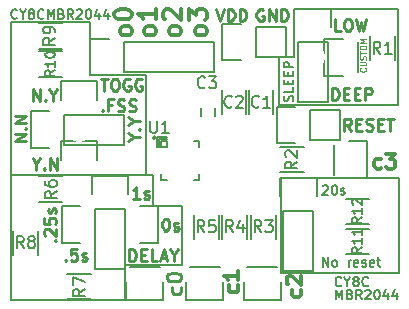
<source format=gto>
%TF.GenerationSoftware,KiCad,Pcbnew,4.0.4+e1-6308~48~ubuntu16.04.1-stable*%
%TF.CreationDate,2016-10-27T02:57:42-07:00*%
%TF.ProjectId,CY8CMBR2044,435938434D4252323034342E6B696361,rev?*%
%TF.FileFunction,Legend,Top*%
%FSLAX46Y46*%
G04 Gerber Fmt 4.6, Leading zero omitted, Abs format (unit mm)*
G04 Created by KiCad (PCBNEW 4.0.4+e1-6308~48~ubuntu16.04.1-stable) date Thu Oct 27 02:57:42 2016*
%MOMM*%
%LPD*%
G01*
G04 APERTURE LIST*
%ADD10C,0.100000*%
%ADD11C,0.200000*%
%ADD12C,0.125000*%
%ADD13C,0.250000*%
%ADD14C,0.300000*%
%ADD15C,0.150000*%
%ADD16R,1.700000X2.100000*%
%ADD17R,0.850000X1.300000*%
%ADD18R,2.132000X2.132000*%
%ADD19O,2.132000X2.132000*%
%ADD20R,2.335200X2.335200*%
%ADD21R,2.132000X1.827200*%
%ADD22O,2.132000X1.827200*%
%ADD23C,2.335200*%
%ADD24C,2.132000*%
%ADD25R,1.827200X2.132000*%
%ADD26O,1.827200X2.132000*%
%ADD27R,1.800000X2.100000*%
%ADD28R,2.100000X1.800000*%
%ADD29O,1.050000X0.350000*%
%ADD30O,0.350000X1.050000*%
G04 APERTURE END LIST*
D10*
D11*
X158690476Y-116661905D02*
X158690476Y-115861905D01*
X158957143Y-116433333D01*
X159223810Y-115861905D01*
X159223810Y-116661905D01*
X159871429Y-116242857D02*
X159985715Y-116280952D01*
X160023810Y-116319048D01*
X160061905Y-116395238D01*
X160061905Y-116509524D01*
X160023810Y-116585714D01*
X159985715Y-116623810D01*
X159909524Y-116661905D01*
X159604762Y-116661905D01*
X159604762Y-115861905D01*
X159871429Y-115861905D01*
X159947619Y-115900000D01*
X159985715Y-115938095D01*
X160023810Y-116014286D01*
X160023810Y-116090476D01*
X159985715Y-116166667D01*
X159947619Y-116204762D01*
X159871429Y-116242857D01*
X159604762Y-116242857D01*
X160861905Y-116661905D02*
X160595238Y-116280952D01*
X160404762Y-116661905D02*
X160404762Y-115861905D01*
X160709524Y-115861905D01*
X160785715Y-115900000D01*
X160823810Y-115938095D01*
X160861905Y-116014286D01*
X160861905Y-116128571D01*
X160823810Y-116204762D01*
X160785715Y-116242857D01*
X160709524Y-116280952D01*
X160404762Y-116280952D01*
X161166667Y-115938095D02*
X161204762Y-115900000D01*
X161280953Y-115861905D01*
X161471429Y-115861905D01*
X161547619Y-115900000D01*
X161585715Y-115938095D01*
X161623810Y-116014286D01*
X161623810Y-116090476D01*
X161585715Y-116204762D01*
X161128572Y-116661905D01*
X161623810Y-116661905D01*
X162119048Y-115861905D02*
X162195239Y-115861905D01*
X162271429Y-115900000D01*
X162309524Y-115938095D01*
X162347620Y-116014286D01*
X162385715Y-116166667D01*
X162385715Y-116357143D01*
X162347620Y-116509524D01*
X162309524Y-116585714D01*
X162271429Y-116623810D01*
X162195239Y-116661905D01*
X162119048Y-116661905D01*
X162042858Y-116623810D01*
X162004762Y-116585714D01*
X161966667Y-116509524D01*
X161928572Y-116357143D01*
X161928572Y-116166667D01*
X161966667Y-116014286D01*
X162004762Y-115938095D01*
X162042858Y-115900000D01*
X162119048Y-115861905D01*
X163071429Y-116128571D02*
X163071429Y-116661905D01*
X162880953Y-115823810D02*
X162690477Y-116395238D01*
X163185715Y-116395238D01*
X163833334Y-116128571D02*
X163833334Y-116661905D01*
X163642858Y-115823810D02*
X163452382Y-116395238D01*
X163947620Y-116395238D01*
X159147619Y-115485714D02*
X159109524Y-115523810D01*
X158995238Y-115561905D01*
X158919048Y-115561905D01*
X158804762Y-115523810D01*
X158728571Y-115447619D01*
X158690476Y-115371429D01*
X158652381Y-115219048D01*
X158652381Y-115104762D01*
X158690476Y-114952381D01*
X158728571Y-114876190D01*
X158804762Y-114800000D01*
X158919048Y-114761905D01*
X158995238Y-114761905D01*
X159109524Y-114800000D01*
X159147619Y-114838095D01*
X159642857Y-115180952D02*
X159642857Y-115561905D01*
X159376190Y-114761905D02*
X159642857Y-115180952D01*
X159909524Y-114761905D01*
X160290476Y-115104762D02*
X160214285Y-115066667D01*
X160176190Y-115028571D01*
X160138095Y-114952381D01*
X160138095Y-114914286D01*
X160176190Y-114838095D01*
X160214285Y-114800000D01*
X160290476Y-114761905D01*
X160442857Y-114761905D01*
X160519047Y-114800000D01*
X160557143Y-114838095D01*
X160595238Y-114914286D01*
X160595238Y-114952381D01*
X160557143Y-115028571D01*
X160519047Y-115066667D01*
X160442857Y-115104762D01*
X160290476Y-115104762D01*
X160214285Y-115142857D01*
X160176190Y-115180952D01*
X160138095Y-115257143D01*
X160138095Y-115409524D01*
X160176190Y-115485714D01*
X160214285Y-115523810D01*
X160290476Y-115561905D01*
X160442857Y-115561905D01*
X160519047Y-115523810D01*
X160557143Y-115485714D01*
X160595238Y-115409524D01*
X160595238Y-115257143D01*
X160557143Y-115180952D01*
X160519047Y-115142857D01*
X160442857Y-115104762D01*
X161395238Y-115485714D02*
X161357143Y-115523810D01*
X161242857Y-115561905D01*
X161166667Y-115561905D01*
X161052381Y-115523810D01*
X160976190Y-115447619D01*
X160938095Y-115371429D01*
X160900000Y-115219048D01*
X160900000Y-115104762D01*
X160938095Y-114952381D01*
X160976190Y-114876190D01*
X161052381Y-114800000D01*
X161166667Y-114761905D01*
X161242857Y-114761905D01*
X161357143Y-114800000D01*
X161395238Y-114838095D01*
X143441421Y-103000000D02*
G75*
G03X143441421Y-103000000I-141421J0D01*
G01*
D12*
X161178571Y-97083333D02*
X161202381Y-97107143D01*
X161226190Y-97178571D01*
X161226190Y-97226190D01*
X161202381Y-97297619D01*
X161154762Y-97345238D01*
X161107143Y-97369047D01*
X161011905Y-97392857D01*
X160940476Y-97392857D01*
X160845238Y-97369047D01*
X160797619Y-97345238D01*
X160750000Y-97297619D01*
X160726190Y-97226190D01*
X160726190Y-97178571D01*
X160750000Y-97107143D01*
X160773810Y-97083333D01*
X160726190Y-96869047D02*
X161130952Y-96869047D01*
X161178571Y-96845238D01*
X161202381Y-96821428D01*
X161226190Y-96773809D01*
X161226190Y-96678571D01*
X161202381Y-96630952D01*
X161178571Y-96607143D01*
X161130952Y-96583333D01*
X160726190Y-96583333D01*
X161202381Y-96369047D02*
X161226190Y-96297618D01*
X161226190Y-96178571D01*
X161202381Y-96130952D01*
X161178571Y-96107142D01*
X161130952Y-96083333D01*
X161083333Y-96083333D01*
X161035714Y-96107142D01*
X161011905Y-96130952D01*
X160988095Y-96178571D01*
X160964286Y-96273809D01*
X160940476Y-96321428D01*
X160916667Y-96345237D01*
X160869048Y-96369047D01*
X160821429Y-96369047D01*
X160773810Y-96345237D01*
X160750000Y-96321428D01*
X160726190Y-96273809D01*
X160726190Y-96154761D01*
X160750000Y-96083333D01*
X160726190Y-95940476D02*
X160726190Y-95654762D01*
X161226190Y-95797619D02*
X160726190Y-95797619D01*
X160726190Y-95392857D02*
X160726190Y-95297619D01*
X160750000Y-95250000D01*
X160797619Y-95202381D01*
X160892857Y-95178572D01*
X161059524Y-95178572D01*
X161154762Y-95202381D01*
X161202381Y-95250000D01*
X161226190Y-95297619D01*
X161226190Y-95392857D01*
X161202381Y-95440476D01*
X161154762Y-95488095D01*
X161059524Y-95511905D01*
X160892857Y-95511905D01*
X160797619Y-95488095D01*
X160750000Y-95440476D01*
X160726190Y-95392857D01*
X161226190Y-94964285D02*
X160726190Y-94964285D01*
X161083333Y-94797619D01*
X160726190Y-94630952D01*
X161226190Y-94630952D01*
D11*
X154000000Y-114400000D02*
X154000000Y-106400000D01*
X154200000Y-114400000D02*
X154000000Y-114400000D01*
X164000000Y-114400000D02*
X154200000Y-114400000D01*
X164000000Y-106400000D02*
X164000000Y-114400000D01*
X154000000Y-106400000D02*
X164000000Y-106400000D01*
X157575548Y-113899905D02*
X157575548Y-113099905D01*
X158032691Y-113899905D01*
X158032691Y-113099905D01*
X158527929Y-113899905D02*
X158451738Y-113861810D01*
X158413643Y-113823714D01*
X158375548Y-113747524D01*
X158375548Y-113518952D01*
X158413643Y-113442762D01*
X158451738Y-113404667D01*
X158527929Y-113366571D01*
X158642215Y-113366571D01*
X158718405Y-113404667D01*
X158756500Y-113442762D01*
X158794596Y-113518952D01*
X158794596Y-113747524D01*
X158756500Y-113823714D01*
X158718405Y-113861810D01*
X158642215Y-113899905D01*
X158527929Y-113899905D01*
X159746977Y-113899905D02*
X159746977Y-113366571D01*
X159746977Y-113518952D02*
X159785072Y-113442762D01*
X159823168Y-113404667D01*
X159899358Y-113366571D01*
X159975549Y-113366571D01*
X160546977Y-113861810D02*
X160470787Y-113899905D01*
X160318406Y-113899905D01*
X160242215Y-113861810D01*
X160204120Y-113785619D01*
X160204120Y-113480857D01*
X160242215Y-113404667D01*
X160318406Y-113366571D01*
X160470787Y-113366571D01*
X160546977Y-113404667D01*
X160585072Y-113480857D01*
X160585072Y-113557048D01*
X160204120Y-113633238D01*
X160889834Y-113861810D02*
X160966024Y-113899905D01*
X161118405Y-113899905D01*
X161194596Y-113861810D01*
X161232691Y-113785619D01*
X161232691Y-113747524D01*
X161194596Y-113671333D01*
X161118405Y-113633238D01*
X161004120Y-113633238D01*
X160927929Y-113595143D01*
X160889834Y-113518952D01*
X160889834Y-113480857D01*
X160927929Y-113404667D01*
X161004120Y-113366571D01*
X161118405Y-113366571D01*
X161194596Y-113404667D01*
X161880310Y-113861810D02*
X161804120Y-113899905D01*
X161651739Y-113899905D01*
X161575548Y-113861810D01*
X161537453Y-113785619D01*
X161537453Y-113480857D01*
X161575548Y-113404667D01*
X161651739Y-113366571D01*
X161804120Y-113366571D01*
X161880310Y-113404667D01*
X161918405Y-113480857D01*
X161918405Y-113557048D01*
X161537453Y-113633238D01*
X162146976Y-113366571D02*
X162451738Y-113366571D01*
X162261262Y-113099905D02*
X162261262Y-113785619D01*
X162299357Y-113861810D01*
X162375548Y-113899905D01*
X162451738Y-113899905D01*
X157562667Y-107080095D02*
X157600762Y-107042000D01*
X157676953Y-107003905D01*
X157867429Y-107003905D01*
X157943619Y-107042000D01*
X157981715Y-107080095D01*
X158019810Y-107156286D01*
X158019810Y-107232476D01*
X157981715Y-107346762D01*
X157524572Y-107803905D01*
X158019810Y-107803905D01*
X158515048Y-107003905D02*
X158591239Y-107003905D01*
X158667429Y-107042000D01*
X158705524Y-107080095D01*
X158743620Y-107156286D01*
X158781715Y-107308667D01*
X158781715Y-107499143D01*
X158743620Y-107651524D01*
X158705524Y-107727714D01*
X158667429Y-107765810D01*
X158591239Y-107803905D01*
X158515048Y-107803905D01*
X158438858Y-107765810D01*
X158400762Y-107727714D01*
X158362667Y-107651524D01*
X158324572Y-107499143D01*
X158324572Y-107308667D01*
X158362667Y-107156286D01*
X158400762Y-107080095D01*
X158438858Y-107042000D01*
X158515048Y-107003905D01*
X159086477Y-107765810D02*
X159162667Y-107803905D01*
X159315048Y-107803905D01*
X159391239Y-107765810D01*
X159429334Y-107689619D01*
X159429334Y-107651524D01*
X159391239Y-107575333D01*
X159315048Y-107537238D01*
X159200763Y-107537238D01*
X159124572Y-107499143D01*
X159086477Y-107422952D01*
X159086477Y-107384857D01*
X159124572Y-107308667D01*
X159200763Y-107270571D01*
X159315048Y-107270571D01*
X159391239Y-107308667D01*
X153873200Y-100177600D02*
X154965400Y-100177600D01*
X153873200Y-96164400D02*
X153873200Y-100177600D01*
X155143200Y-96164400D02*
X153873200Y-96164400D01*
X155143200Y-92125721D02*
X155143200Y-96164400D01*
X163931600Y-92125800D02*
X155143200Y-92125800D01*
X163931600Y-100177600D02*
X163931600Y-92125800D01*
X154965400Y-100177600D02*
X163931600Y-100177600D01*
X155035210Y-99897991D02*
X155073305Y-99783705D01*
X155073305Y-99593229D01*
X155035210Y-99517039D01*
X154997114Y-99478943D01*
X154920924Y-99440848D01*
X154844733Y-99440848D01*
X154768543Y-99478943D01*
X154730448Y-99517039D01*
X154692352Y-99593229D01*
X154654257Y-99745610D01*
X154616162Y-99821801D01*
X154578067Y-99859896D01*
X154501876Y-99897991D01*
X154425686Y-99897991D01*
X154349495Y-99859896D01*
X154311400Y-99821801D01*
X154273305Y-99745610D01*
X154273305Y-99555134D01*
X154311400Y-99440848D01*
X155073305Y-98717038D02*
X155073305Y-99097991D01*
X154273305Y-99097991D01*
X154654257Y-98450372D02*
X154654257Y-98183705D01*
X155073305Y-98069419D02*
X155073305Y-98450372D01*
X154273305Y-98450372D01*
X154273305Y-98069419D01*
X154654257Y-97726562D02*
X154654257Y-97459895D01*
X155073305Y-97345609D02*
X155073305Y-97726562D01*
X154273305Y-97726562D01*
X154273305Y-97345609D01*
X155073305Y-97002752D02*
X154273305Y-97002752D01*
X154273305Y-96697990D01*
X154311400Y-96621799D01*
X154349495Y-96583704D01*
X154425686Y-96545609D01*
X154539971Y-96545609D01*
X154616162Y-96583704D01*
X154654257Y-96621799D01*
X154692352Y-96697990D01*
X154692352Y-97002752D01*
X131674057Y-92843314D02*
X131635962Y-92881410D01*
X131521676Y-92919505D01*
X131445486Y-92919505D01*
X131331200Y-92881410D01*
X131255009Y-92805219D01*
X131216914Y-92729029D01*
X131178819Y-92576648D01*
X131178819Y-92462362D01*
X131216914Y-92309981D01*
X131255009Y-92233790D01*
X131331200Y-92157600D01*
X131445486Y-92119505D01*
X131521676Y-92119505D01*
X131635962Y-92157600D01*
X131674057Y-92195695D01*
X132169295Y-92538552D02*
X132169295Y-92919505D01*
X131902628Y-92119505D02*
X132169295Y-92538552D01*
X132435962Y-92119505D01*
X132816914Y-92462362D02*
X132740723Y-92424267D01*
X132702628Y-92386171D01*
X132664533Y-92309981D01*
X132664533Y-92271886D01*
X132702628Y-92195695D01*
X132740723Y-92157600D01*
X132816914Y-92119505D01*
X132969295Y-92119505D01*
X133045485Y-92157600D01*
X133083581Y-92195695D01*
X133121676Y-92271886D01*
X133121676Y-92309981D01*
X133083581Y-92386171D01*
X133045485Y-92424267D01*
X132969295Y-92462362D01*
X132816914Y-92462362D01*
X132740723Y-92500457D01*
X132702628Y-92538552D01*
X132664533Y-92614743D01*
X132664533Y-92767124D01*
X132702628Y-92843314D01*
X132740723Y-92881410D01*
X132816914Y-92919505D01*
X132969295Y-92919505D01*
X133045485Y-92881410D01*
X133083581Y-92843314D01*
X133121676Y-92767124D01*
X133121676Y-92614743D01*
X133083581Y-92538552D01*
X133045485Y-92500457D01*
X132969295Y-92462362D01*
X133921676Y-92843314D02*
X133883581Y-92881410D01*
X133769295Y-92919505D01*
X133693105Y-92919505D01*
X133578819Y-92881410D01*
X133502628Y-92805219D01*
X133464533Y-92729029D01*
X133426438Y-92576648D01*
X133426438Y-92462362D01*
X133464533Y-92309981D01*
X133502628Y-92233790D01*
X133578819Y-92157600D01*
X133693105Y-92119505D01*
X133769295Y-92119505D01*
X133883581Y-92157600D01*
X133921676Y-92195695D01*
X134264533Y-92919505D02*
X134264533Y-92119505D01*
X134531200Y-92690933D01*
X134797867Y-92119505D01*
X134797867Y-92919505D01*
X135445486Y-92500457D02*
X135559772Y-92538552D01*
X135597867Y-92576648D01*
X135635962Y-92652838D01*
X135635962Y-92767124D01*
X135597867Y-92843314D01*
X135559772Y-92881410D01*
X135483581Y-92919505D01*
X135178819Y-92919505D01*
X135178819Y-92119505D01*
X135445486Y-92119505D01*
X135521676Y-92157600D01*
X135559772Y-92195695D01*
X135597867Y-92271886D01*
X135597867Y-92348076D01*
X135559772Y-92424267D01*
X135521676Y-92462362D01*
X135445486Y-92500457D01*
X135178819Y-92500457D01*
X136435962Y-92919505D02*
X136169295Y-92538552D01*
X135978819Y-92919505D02*
X135978819Y-92119505D01*
X136283581Y-92119505D01*
X136359772Y-92157600D01*
X136397867Y-92195695D01*
X136435962Y-92271886D01*
X136435962Y-92386171D01*
X136397867Y-92462362D01*
X136359772Y-92500457D01*
X136283581Y-92538552D01*
X135978819Y-92538552D01*
X136740724Y-92195695D02*
X136778819Y-92157600D01*
X136855010Y-92119505D01*
X137045486Y-92119505D01*
X137121676Y-92157600D01*
X137159772Y-92195695D01*
X137197867Y-92271886D01*
X137197867Y-92348076D01*
X137159772Y-92462362D01*
X136702629Y-92919505D01*
X137197867Y-92919505D01*
X137693105Y-92119505D02*
X137769296Y-92119505D01*
X137845486Y-92157600D01*
X137883581Y-92195695D01*
X137921677Y-92271886D01*
X137959772Y-92424267D01*
X137959772Y-92614743D01*
X137921677Y-92767124D01*
X137883581Y-92843314D01*
X137845486Y-92881410D01*
X137769296Y-92919505D01*
X137693105Y-92919505D01*
X137616915Y-92881410D01*
X137578819Y-92843314D01*
X137540724Y-92767124D01*
X137502629Y-92614743D01*
X137502629Y-92424267D01*
X137540724Y-92271886D01*
X137578819Y-92195695D01*
X137616915Y-92157600D01*
X137693105Y-92119505D01*
X138645486Y-92386171D02*
X138645486Y-92919505D01*
X138455010Y-92081410D02*
X138264534Y-92652838D01*
X138759772Y-92652838D01*
X139407391Y-92386171D02*
X139407391Y-92919505D01*
X139216915Y-92081410D02*
X139026439Y-92652838D01*
X139521677Y-92652838D01*
X137896600Y-93218000D02*
X137896600Y-97688400D01*
X131165600Y-93218000D02*
X137871200Y-93218000D01*
X140792200Y-116763800D02*
X140792200Y-114173000D01*
X140817600Y-113741200D02*
X145643600Y-113741200D01*
X143205200Y-108788200D02*
X143205200Y-106121200D01*
X143637000Y-108788200D02*
X143205200Y-108788200D01*
X145643600Y-108788200D02*
X143637000Y-108788200D01*
X131165600Y-106121200D02*
X131622800Y-106121200D01*
X131165600Y-116763800D02*
X131165600Y-106121200D01*
X140792200Y-116763800D02*
X131165600Y-116763800D01*
X145643600Y-108786745D02*
X145643600Y-113690400D01*
X131622800Y-106121200D02*
X143205227Y-106121200D01*
D13*
X141178209Y-113431581D02*
X141178209Y-112431581D01*
X141416304Y-112431581D01*
X141559162Y-112479200D01*
X141654400Y-112574438D01*
X141702019Y-112669676D01*
X141749638Y-112860152D01*
X141749638Y-113003010D01*
X141702019Y-113193486D01*
X141654400Y-113288724D01*
X141559162Y-113383962D01*
X141416304Y-113431581D01*
X141178209Y-113431581D01*
X142178209Y-112907771D02*
X142511543Y-112907771D01*
X142654400Y-113431581D02*
X142178209Y-113431581D01*
X142178209Y-112431581D01*
X142654400Y-112431581D01*
X143559162Y-113431581D02*
X143082971Y-113431581D01*
X143082971Y-112431581D01*
X143844876Y-113145867D02*
X144321067Y-113145867D01*
X143749638Y-113431581D02*
X144082971Y-112431581D01*
X144416305Y-113431581D01*
X144940114Y-112955390D02*
X144940114Y-113431581D01*
X144606781Y-112431581D02*
X144940114Y-112955390D01*
X145273448Y-112431581D01*
X144226019Y-109840781D02*
X144321258Y-109840781D01*
X144416496Y-109888400D01*
X144464115Y-109936019D01*
X144511734Y-110031257D01*
X144559353Y-110221733D01*
X144559353Y-110459829D01*
X144511734Y-110650305D01*
X144464115Y-110745543D01*
X144416496Y-110793162D01*
X144321258Y-110840781D01*
X144226019Y-110840781D01*
X144130781Y-110793162D01*
X144083162Y-110745543D01*
X144035543Y-110650305D01*
X143987924Y-110459829D01*
X143987924Y-110221733D01*
X144035543Y-110031257D01*
X144083162Y-109936019D01*
X144130781Y-109888400D01*
X144226019Y-109840781D01*
X144940305Y-110793162D02*
X145035543Y-110840781D01*
X145226019Y-110840781D01*
X145321258Y-110793162D01*
X145368877Y-110697924D01*
X145368877Y-110650305D01*
X145321258Y-110555067D01*
X145226019Y-110507448D01*
X145083162Y-110507448D01*
X144987924Y-110459829D01*
X144940305Y-110364590D01*
X144940305Y-110316971D01*
X144987924Y-110221733D01*
X145083162Y-110174114D01*
X145226019Y-110174114D01*
X145321258Y-110221733D01*
X135796448Y-113310943D02*
X135844067Y-113358562D01*
X135796448Y-113406181D01*
X135748829Y-113358562D01*
X135796448Y-113310943D01*
X135796448Y-113406181D01*
X136748829Y-112406181D02*
X136272638Y-112406181D01*
X136225019Y-112882371D01*
X136272638Y-112834752D01*
X136367876Y-112787133D01*
X136605972Y-112787133D01*
X136701210Y-112834752D01*
X136748829Y-112882371D01*
X136796448Y-112977610D01*
X136796448Y-113215705D01*
X136748829Y-113310943D01*
X136701210Y-113358562D01*
X136605972Y-113406181D01*
X136367876Y-113406181D01*
X136272638Y-113358562D01*
X136225019Y-113310943D01*
X137177400Y-113358562D02*
X137272638Y-113406181D01*
X137463114Y-113406181D01*
X137558353Y-113358562D01*
X137605972Y-113263324D01*
X137605972Y-113215705D01*
X137558353Y-113120467D01*
X137463114Y-113072848D01*
X137320257Y-113072848D01*
X137225019Y-113025229D01*
X137177400Y-112929990D01*
X137177400Y-112882371D01*
X137225019Y-112787133D01*
X137320257Y-112739514D01*
X137463114Y-112739514D01*
X137558353Y-112787133D01*
X142070153Y-108148381D02*
X141498724Y-108148381D01*
X141784438Y-108148381D02*
X141784438Y-107148381D01*
X141689200Y-107291238D01*
X141593962Y-107386476D01*
X141498724Y-107434095D01*
X142451105Y-108100762D02*
X142546343Y-108148381D01*
X142736819Y-108148381D01*
X142832058Y-108100762D01*
X142879677Y-108005524D01*
X142879677Y-107957905D01*
X142832058Y-107862667D01*
X142736819Y-107815048D01*
X142593962Y-107815048D01*
X142498724Y-107767429D01*
X142451105Y-107672190D01*
X142451105Y-107624571D01*
X142498724Y-107529333D01*
X142593962Y-107481714D01*
X142736819Y-107481714D01*
X142832058Y-107529333D01*
X134875543Y-111694743D02*
X134923162Y-111647124D01*
X134970781Y-111694743D01*
X134923162Y-111742362D01*
X134875543Y-111694743D01*
X134970781Y-111694743D01*
X134066019Y-111266172D02*
X134018400Y-111218553D01*
X133970781Y-111123315D01*
X133970781Y-110885219D01*
X134018400Y-110789981D01*
X134066019Y-110742362D01*
X134161257Y-110694743D01*
X134256495Y-110694743D01*
X134399352Y-110742362D01*
X134970781Y-111313791D01*
X134970781Y-110694743D01*
X133970781Y-109789981D02*
X133970781Y-110266172D01*
X134446971Y-110313791D01*
X134399352Y-110266172D01*
X134351733Y-110170934D01*
X134351733Y-109932838D01*
X134399352Y-109837600D01*
X134446971Y-109789981D01*
X134542210Y-109742362D01*
X134780305Y-109742362D01*
X134875543Y-109789981D01*
X134923162Y-109837600D01*
X134970781Y-109932838D01*
X134970781Y-110170934D01*
X134923162Y-110266172D01*
X134875543Y-110313791D01*
X134923162Y-109361410D02*
X134970781Y-109266172D01*
X134970781Y-109075696D01*
X134923162Y-108980457D01*
X134827924Y-108932838D01*
X134780305Y-108932838D01*
X134685067Y-108980457D01*
X134637448Y-109075696D01*
X134637448Y-109218553D01*
X134589829Y-109313791D01*
X134494590Y-109361410D01*
X134446971Y-109361410D01*
X134351733Y-109313791D01*
X134304114Y-109218553D01*
X134304114Y-109075696D01*
X134351733Y-108980457D01*
D11*
X142595600Y-97688400D02*
X137922000Y-97688400D01*
X142595600Y-106121200D02*
X142595600Y-97688400D01*
X131165600Y-106121200D02*
X142595600Y-106121200D01*
X131165600Y-93217976D02*
X131165600Y-106121200D01*
D13*
X138779238Y-97992981D02*
X139350667Y-97992981D01*
X139064952Y-98992981D02*
X139064952Y-97992981D01*
X139874476Y-97992981D02*
X140064953Y-97992981D01*
X140160191Y-98040600D01*
X140255429Y-98135838D01*
X140303048Y-98326314D01*
X140303048Y-98659648D01*
X140255429Y-98850124D01*
X140160191Y-98945362D01*
X140064953Y-98992981D01*
X139874476Y-98992981D01*
X139779238Y-98945362D01*
X139684000Y-98850124D01*
X139636381Y-98659648D01*
X139636381Y-98326314D01*
X139684000Y-98135838D01*
X139779238Y-98040600D01*
X139874476Y-97992981D01*
X141255429Y-98040600D02*
X141160191Y-97992981D01*
X141017334Y-97992981D01*
X140874476Y-98040600D01*
X140779238Y-98135838D01*
X140731619Y-98231076D01*
X140684000Y-98421552D01*
X140684000Y-98564410D01*
X140731619Y-98754886D01*
X140779238Y-98850124D01*
X140874476Y-98945362D01*
X141017334Y-98992981D01*
X141112572Y-98992981D01*
X141255429Y-98945362D01*
X141303048Y-98897743D01*
X141303048Y-98564410D01*
X141112572Y-98564410D01*
X142255429Y-98040600D02*
X142160191Y-97992981D01*
X142017334Y-97992981D01*
X141874476Y-98040600D01*
X141779238Y-98135838D01*
X141731619Y-98231076D01*
X141684000Y-98421552D01*
X141684000Y-98564410D01*
X141731619Y-98754886D01*
X141779238Y-98850124D01*
X141874476Y-98945362D01*
X142017334Y-98992981D01*
X142112572Y-98992981D01*
X142255429Y-98945362D01*
X142303048Y-98897743D01*
X142303048Y-98564410D01*
X142112572Y-98564410D01*
X138922095Y-100647743D02*
X138969714Y-100695362D01*
X138922095Y-100742981D01*
X138874476Y-100695362D01*
X138922095Y-100647743D01*
X138922095Y-100742981D01*
X139731619Y-100219171D02*
X139398285Y-100219171D01*
X139398285Y-100742981D02*
X139398285Y-99742981D01*
X139874476Y-99742981D01*
X140207809Y-100695362D02*
X140350666Y-100742981D01*
X140588762Y-100742981D01*
X140684000Y-100695362D01*
X140731619Y-100647743D01*
X140779238Y-100552505D01*
X140779238Y-100457267D01*
X140731619Y-100362029D01*
X140684000Y-100314410D01*
X140588762Y-100266790D01*
X140398285Y-100219171D01*
X140303047Y-100171552D01*
X140255428Y-100123933D01*
X140207809Y-100028695D01*
X140207809Y-99933457D01*
X140255428Y-99838219D01*
X140303047Y-99790600D01*
X140398285Y-99742981D01*
X140636381Y-99742981D01*
X140779238Y-99790600D01*
X141160190Y-100695362D02*
X141303047Y-100742981D01*
X141541143Y-100742981D01*
X141636381Y-100695362D01*
X141684000Y-100647743D01*
X141731619Y-100552505D01*
X141731619Y-100457267D01*
X141684000Y-100362029D01*
X141636381Y-100314410D01*
X141541143Y-100266790D01*
X141350666Y-100219171D01*
X141255428Y-100171552D01*
X141207809Y-100123933D01*
X141160190Y-100028695D01*
X141160190Y-99933457D01*
X141207809Y-99838219D01*
X141255428Y-99790600D01*
X141350666Y-99742981D01*
X141588762Y-99742981D01*
X141731619Y-99790600D01*
X132481581Y-103282619D02*
X131481581Y-103282619D01*
X132481581Y-102711190D01*
X131481581Y-102711190D01*
X132386343Y-102235000D02*
X132433962Y-102187381D01*
X132481581Y-102235000D01*
X132433962Y-102282619D01*
X132386343Y-102235000D01*
X132481581Y-102235000D01*
X132481581Y-101758810D02*
X131481581Y-101758810D01*
X132481581Y-101187381D01*
X131481581Y-101187381D01*
X133324695Y-105208390D02*
X133324695Y-105684581D01*
X132991362Y-104684581D02*
X133324695Y-105208390D01*
X133658029Y-104684581D01*
X133991362Y-105589343D02*
X134038981Y-105636962D01*
X133991362Y-105684581D01*
X133943743Y-105636962D01*
X133991362Y-105589343D01*
X133991362Y-105684581D01*
X134467552Y-105684581D02*
X134467552Y-104684581D01*
X135038981Y-105684581D01*
X135038981Y-104684581D01*
X133032619Y-99867981D02*
X133032619Y-98867981D01*
X133604048Y-99867981D01*
X133604048Y-98867981D01*
X134080238Y-99772743D02*
X134127857Y-99820362D01*
X134080238Y-99867981D01*
X134032619Y-99820362D01*
X134080238Y-99772743D01*
X134080238Y-99867981D01*
X134746904Y-99391790D02*
X134746904Y-99867981D01*
X134413571Y-98867981D02*
X134746904Y-99391790D01*
X135080238Y-98867981D01*
X141606590Y-102927067D02*
X142082781Y-102927067D01*
X141082781Y-103260400D02*
X141606590Y-102927067D01*
X141082781Y-102593733D01*
X141987543Y-102260400D02*
X142035162Y-102212781D01*
X142082781Y-102260400D01*
X142035162Y-102308019D01*
X141987543Y-102260400D01*
X142082781Y-102260400D01*
X141606590Y-101593734D02*
X142082781Y-101593734D01*
X141082781Y-101927067D02*
X141606590Y-101593734D01*
X141082781Y-101260400D01*
X159964619Y-102382581D02*
X159631285Y-101906390D01*
X159393190Y-102382581D02*
X159393190Y-101382581D01*
X159774143Y-101382581D01*
X159869381Y-101430200D01*
X159917000Y-101477819D01*
X159964619Y-101573057D01*
X159964619Y-101715914D01*
X159917000Y-101811152D01*
X159869381Y-101858771D01*
X159774143Y-101906390D01*
X159393190Y-101906390D01*
X160393190Y-101858771D02*
X160726524Y-101858771D01*
X160869381Y-102382581D02*
X160393190Y-102382581D01*
X160393190Y-101382581D01*
X160869381Y-101382581D01*
X161250333Y-102334962D02*
X161393190Y-102382581D01*
X161631286Y-102382581D01*
X161726524Y-102334962D01*
X161774143Y-102287343D01*
X161821762Y-102192105D01*
X161821762Y-102096867D01*
X161774143Y-102001629D01*
X161726524Y-101954010D01*
X161631286Y-101906390D01*
X161440809Y-101858771D01*
X161345571Y-101811152D01*
X161297952Y-101763533D01*
X161250333Y-101668295D01*
X161250333Y-101573057D01*
X161297952Y-101477819D01*
X161345571Y-101430200D01*
X161440809Y-101382581D01*
X161678905Y-101382581D01*
X161821762Y-101430200D01*
X162250333Y-101858771D02*
X162583667Y-101858771D01*
X162726524Y-102382581D02*
X162250333Y-102382581D01*
X162250333Y-101382581D01*
X162726524Y-101382581D01*
X163012238Y-101382581D02*
X163583667Y-101382581D01*
X163297952Y-102382581D02*
X163297952Y-101382581D01*
X158353333Y-99791781D02*
X158353333Y-98791781D01*
X158591428Y-98791781D01*
X158734286Y-98839400D01*
X158829524Y-98934638D01*
X158877143Y-99029876D01*
X158924762Y-99220352D01*
X158924762Y-99363210D01*
X158877143Y-99553686D01*
X158829524Y-99648924D01*
X158734286Y-99744162D01*
X158591428Y-99791781D01*
X158353333Y-99791781D01*
X159353333Y-99267971D02*
X159686667Y-99267971D01*
X159829524Y-99791781D02*
X159353333Y-99791781D01*
X159353333Y-98791781D01*
X159829524Y-98791781D01*
X160258095Y-99267971D02*
X160591429Y-99267971D01*
X160734286Y-99791781D02*
X160258095Y-99791781D01*
X160258095Y-98791781D01*
X160734286Y-98791781D01*
X161162857Y-99791781D02*
X161162857Y-98791781D01*
X161543810Y-98791781D01*
X161639048Y-98839400D01*
X161686667Y-98887019D01*
X161734286Y-98982257D01*
X161734286Y-99125114D01*
X161686667Y-99220352D01*
X161639048Y-99267971D01*
X161543810Y-99315590D01*
X161162857Y-99315590D01*
X159081886Y-93924381D02*
X158605695Y-93924381D01*
X158605695Y-92924381D01*
X159605695Y-92924381D02*
X159796172Y-92924381D01*
X159891410Y-92972000D01*
X159986648Y-93067238D01*
X160034267Y-93257714D01*
X160034267Y-93591048D01*
X159986648Y-93781524D01*
X159891410Y-93876762D01*
X159796172Y-93924381D01*
X159605695Y-93924381D01*
X159510457Y-93876762D01*
X159415219Y-93781524D01*
X159367600Y-93591048D01*
X159367600Y-93257714D01*
X159415219Y-93067238D01*
X159510457Y-92972000D01*
X159605695Y-92924381D01*
X160367600Y-92924381D02*
X160605695Y-93924381D01*
X160796172Y-93210095D01*
X160986648Y-93924381D01*
X161224743Y-92924381D01*
X152527096Y-92146500D02*
X152431858Y-92098881D01*
X152289001Y-92098881D01*
X152146143Y-92146500D01*
X152050905Y-92241738D01*
X152003286Y-92336976D01*
X151955667Y-92527452D01*
X151955667Y-92670310D01*
X152003286Y-92860786D01*
X152050905Y-92956024D01*
X152146143Y-93051262D01*
X152289001Y-93098881D01*
X152384239Y-93098881D01*
X152527096Y-93051262D01*
X152574715Y-93003643D01*
X152574715Y-92670310D01*
X152384239Y-92670310D01*
X153003286Y-93098881D02*
X153003286Y-92098881D01*
X153574715Y-93098881D01*
X153574715Y-92098881D01*
X154050905Y-93098881D02*
X154050905Y-92098881D01*
X154289000Y-92098881D01*
X154431858Y-92146500D01*
X154527096Y-92241738D01*
X154574715Y-92336976D01*
X154622334Y-92527452D01*
X154622334Y-92670310D01*
X154574715Y-92860786D01*
X154527096Y-92956024D01*
X154431858Y-93051262D01*
X154289000Y-93098881D01*
X154050905Y-93098881D01*
X148526667Y-92098881D02*
X148860000Y-93098881D01*
X149193334Y-92098881D01*
X149526667Y-93098881D02*
X149526667Y-92098881D01*
X149764762Y-92098881D01*
X149907620Y-92146500D01*
X150002858Y-92241738D01*
X150050477Y-92336976D01*
X150098096Y-92527452D01*
X150098096Y-92670310D01*
X150050477Y-92860786D01*
X150002858Y-92956024D01*
X149907620Y-93051262D01*
X149764762Y-93098881D01*
X149526667Y-93098881D01*
X150526667Y-93098881D02*
X150526667Y-92098881D01*
X150764762Y-92098881D01*
X150907620Y-92146500D01*
X151002858Y-92241738D01*
X151050477Y-92336976D01*
X151098096Y-92527452D01*
X151098096Y-92670310D01*
X151050477Y-92860786D01*
X151002858Y-92956024D01*
X150907620Y-93051262D01*
X150764762Y-93098881D01*
X150526667Y-93098881D01*
D14*
X147744571Y-94039428D02*
X147673143Y-94182286D01*
X147601714Y-94253714D01*
X147458857Y-94325143D01*
X147030286Y-94325143D01*
X146887429Y-94253714D01*
X146816000Y-94182286D01*
X146744571Y-94039428D01*
X146744571Y-93825143D01*
X146816000Y-93682286D01*
X146887429Y-93610857D01*
X147030286Y-93539428D01*
X147458857Y-93539428D01*
X147601714Y-93610857D01*
X147673143Y-93682286D01*
X147744571Y-93825143D01*
X147744571Y-94039428D01*
X146244571Y-93039428D02*
X146244571Y-92110857D01*
X146816000Y-92610857D01*
X146816000Y-92396571D01*
X146887429Y-92253714D01*
X146958857Y-92182285D01*
X147101714Y-92110857D01*
X147458857Y-92110857D01*
X147601714Y-92182285D01*
X147673143Y-92253714D01*
X147744571Y-92396571D01*
X147744571Y-92825143D01*
X147673143Y-92968000D01*
X147601714Y-93039428D01*
X145534771Y-94039428D02*
X145463343Y-94182286D01*
X145391914Y-94253714D01*
X145249057Y-94325143D01*
X144820486Y-94325143D01*
X144677629Y-94253714D01*
X144606200Y-94182286D01*
X144534771Y-94039428D01*
X144534771Y-93825143D01*
X144606200Y-93682286D01*
X144677629Y-93610857D01*
X144820486Y-93539428D01*
X145249057Y-93539428D01*
X145391914Y-93610857D01*
X145463343Y-93682286D01*
X145534771Y-93825143D01*
X145534771Y-94039428D01*
X144177629Y-92968000D02*
X144106200Y-92896571D01*
X144034771Y-92753714D01*
X144034771Y-92396571D01*
X144106200Y-92253714D01*
X144177629Y-92182285D01*
X144320486Y-92110857D01*
X144463343Y-92110857D01*
X144677629Y-92182285D01*
X145534771Y-93039428D01*
X145534771Y-92110857D01*
X143451971Y-94039428D02*
X143380543Y-94182286D01*
X143309114Y-94253714D01*
X143166257Y-94325143D01*
X142737686Y-94325143D01*
X142594829Y-94253714D01*
X142523400Y-94182286D01*
X142451971Y-94039428D01*
X142451971Y-93825143D01*
X142523400Y-93682286D01*
X142594829Y-93610857D01*
X142737686Y-93539428D01*
X143166257Y-93539428D01*
X143309114Y-93610857D01*
X143380543Y-93682286D01*
X143451971Y-93825143D01*
X143451971Y-94039428D01*
X143451971Y-92110857D02*
X143451971Y-92968000D01*
X143451971Y-92539428D02*
X141951971Y-92539428D01*
X142166257Y-92682285D01*
X142309114Y-92825143D01*
X142380543Y-92968000D01*
X141419971Y-94039428D02*
X141348543Y-94182286D01*
X141277114Y-94253714D01*
X141134257Y-94325143D01*
X140705686Y-94325143D01*
X140562829Y-94253714D01*
X140491400Y-94182286D01*
X140419971Y-94039428D01*
X140419971Y-93825143D01*
X140491400Y-93682286D01*
X140562829Y-93610857D01*
X140705686Y-93539428D01*
X141134257Y-93539428D01*
X141277114Y-93610857D01*
X141348543Y-93682286D01*
X141419971Y-93825143D01*
X141419971Y-94039428D01*
X139919971Y-92610857D02*
X139919971Y-92468000D01*
X139991400Y-92325143D01*
X140062829Y-92253714D01*
X140205686Y-92182285D01*
X140491400Y-92110857D01*
X140848543Y-92110857D01*
X141134257Y-92182285D01*
X141277114Y-92253714D01*
X141348543Y-92325143D01*
X141419971Y-92468000D01*
X141419971Y-92610857D01*
X141348543Y-92753714D01*
X141277114Y-92825143D01*
X141134257Y-92896571D01*
X140848543Y-92968000D01*
X140491400Y-92968000D01*
X140205686Y-92896571D01*
X140062829Y-92825143D01*
X139991400Y-92753714D01*
X139919971Y-92610857D01*
X162516381Y-105534952D02*
X162397334Y-105594476D01*
X162159238Y-105594476D01*
X162040191Y-105534952D01*
X161980667Y-105475429D01*
X161921143Y-105356381D01*
X161921143Y-104999238D01*
X161980667Y-104880190D01*
X162040191Y-104820667D01*
X162159238Y-104761143D01*
X162397334Y-104761143D01*
X162516381Y-104820667D01*
X162933048Y-104344476D02*
X163706858Y-104344476D01*
X163290191Y-104820667D01*
X163468763Y-104820667D01*
X163587810Y-104880190D01*
X163647334Y-104939714D01*
X163706858Y-105058762D01*
X163706858Y-105356381D01*
X163647334Y-105475429D01*
X163587810Y-105534952D01*
X163468763Y-105594476D01*
X163111620Y-105594476D01*
X162992572Y-105534952D01*
X162933048Y-105475429D01*
X155699952Y-115867619D02*
X155759476Y-115986666D01*
X155759476Y-116224762D01*
X155699952Y-116343809D01*
X155640429Y-116403333D01*
X155521381Y-116462857D01*
X155164238Y-116462857D01*
X155045190Y-116403333D01*
X154985667Y-116343809D01*
X154926143Y-116224762D01*
X154926143Y-115986666D01*
X154985667Y-115867619D01*
X154628524Y-115391428D02*
X154569000Y-115331904D01*
X154509476Y-115212856D01*
X154509476Y-114915237D01*
X154569000Y-114796190D01*
X154628524Y-114736666D01*
X154747571Y-114677142D01*
X154866619Y-114677142D01*
X155045190Y-114736666D01*
X155759476Y-115450952D01*
X155759476Y-114677142D01*
X150365952Y-115486619D02*
X150425476Y-115605666D01*
X150425476Y-115843762D01*
X150365952Y-115962809D01*
X150306429Y-116022333D01*
X150187381Y-116081857D01*
X149830238Y-116081857D01*
X149711190Y-116022333D01*
X149651667Y-115962809D01*
X149592143Y-115843762D01*
X149592143Y-115605666D01*
X149651667Y-115486619D01*
X150425476Y-114296142D02*
X150425476Y-115010428D01*
X150425476Y-114653285D02*
X149175476Y-114653285D01*
X149354048Y-114772333D01*
X149473095Y-114891380D01*
X149532619Y-115010428D01*
D13*
X145539952Y-115613619D02*
X145599476Y-115732666D01*
X145599476Y-115970762D01*
X145539952Y-116089809D01*
X145480429Y-116149333D01*
X145361381Y-116208857D01*
X145004238Y-116208857D01*
X144885190Y-116149333D01*
X144825667Y-116089809D01*
X144766143Y-115970762D01*
X144766143Y-115732666D01*
X144825667Y-115613619D01*
X144349476Y-114839809D02*
X144349476Y-114720761D01*
X144409000Y-114601713D01*
X144468524Y-114542190D01*
X144587571Y-114482666D01*
X144825667Y-114423142D01*
X145123286Y-114423142D01*
X145361381Y-114482666D01*
X145480429Y-114542190D01*
X145539952Y-114601713D01*
X145599476Y-114720761D01*
X145599476Y-114839809D01*
X145539952Y-114958856D01*
X145480429Y-115018380D01*
X145361381Y-115077904D01*
X145123286Y-115137428D01*
X144825667Y-115137428D01*
X144587571Y-115077904D01*
X144468524Y-115018380D01*
X144409000Y-114958856D01*
X144349476Y-114839809D01*
D15*
X151307400Y-98979400D02*
X151307400Y-100979400D01*
X153357400Y-100979400D02*
X153357400Y-98979400D01*
X149007400Y-98979400D02*
X149007400Y-100979400D01*
X151057400Y-100979400D02*
X151057400Y-98979400D01*
X148428000Y-100472800D02*
X148428000Y-101172800D01*
X147228000Y-101172800D02*
X147228000Y-100472800D01*
X151892000Y-93624400D02*
X154432000Y-93624400D01*
X149072000Y-93344400D02*
X150622000Y-93344400D01*
X151892000Y-93624400D02*
X151892000Y-96164400D01*
X150622000Y-96444400D02*
X149072000Y-96444400D01*
X149072000Y-96444400D02*
X149072000Y-93344400D01*
X151892000Y-96164400D02*
X154432000Y-96164400D01*
X154432000Y-96164400D02*
X154432000Y-93624400D01*
X157708000Y-94639800D02*
X159258000Y-94639800D01*
X159258000Y-97739800D02*
X157708000Y-97739800D01*
X157708000Y-97739800D02*
X157708000Y-94639800D01*
X160528000Y-97459800D02*
X160528000Y-94919800D01*
X155448000Y-94919800D02*
X155448000Y-99999800D01*
X155448000Y-99999800D02*
X157988000Y-99999800D01*
X157988000Y-99999800D02*
X157988000Y-94919800D01*
X158268000Y-92099800D02*
X158268000Y-93649800D01*
X157988000Y-94919800D02*
X155448000Y-94919800D01*
X155168000Y-93649800D02*
X155168000Y-92099800D01*
X155168000Y-92099800D02*
X158268000Y-92099800D01*
X161316000Y-106388500D02*
X159766000Y-106388500D01*
X159766000Y-103288500D02*
X161316000Y-103288500D01*
X161316000Y-103288500D02*
X161316000Y-106388500D01*
X158496000Y-103568500D02*
X158496000Y-106108500D01*
X150913500Y-116739000D02*
X150913500Y-115189000D01*
X154013500Y-115189000D02*
X154013500Y-116739000D01*
X154013500Y-116739000D02*
X150913500Y-116739000D01*
X153733500Y-113919000D02*
X151193500Y-113919000D01*
X146024000Y-116739000D02*
X146024000Y-115189000D01*
X149124000Y-115189000D02*
X149124000Y-116739000D01*
X149124000Y-116739000D02*
X146024000Y-116739000D01*
X148844000Y-113919000D02*
X146304000Y-113919000D01*
X140944000Y-116739000D02*
X140944000Y-115189000D01*
X144044000Y-115189000D02*
X144044000Y-116739000D01*
X144044000Y-116739000D02*
X140944000Y-116739000D01*
X143764000Y-113919000D02*
X141224000Y-113919000D01*
X143637600Y-111874900D02*
X142087600Y-111874900D01*
X142087600Y-108774900D02*
X143637600Y-108774900D01*
X143637600Y-108774900D02*
X143637600Y-111874900D01*
X140817600Y-109054900D02*
X140817600Y-111594900D01*
X138277600Y-109054900D02*
X138277600Y-114134900D01*
X138277600Y-114134900D02*
X140817600Y-114134900D01*
X140817600Y-114134900D02*
X140817600Y-109054900D01*
X141097600Y-106234900D02*
X141097600Y-107784900D01*
X140817600Y-109054900D02*
X138277600Y-109054900D01*
X137997600Y-107784900D02*
X137997600Y-106234900D01*
X137997600Y-106234900D02*
X141097600Y-106234900D01*
X135457600Y-108774900D02*
X137007600Y-108774900D01*
X137007600Y-111874900D02*
X135457600Y-111874900D01*
X135457600Y-111874900D02*
X135457600Y-108774900D01*
X138277600Y-111594900D02*
X138277600Y-109054900D01*
X140716000Y-97409000D02*
X148336000Y-97409000D01*
X140716000Y-94869000D02*
X148336000Y-94869000D01*
X137896000Y-94589000D02*
X139446000Y-94589000D01*
X148336000Y-97409000D02*
X148336000Y-94869000D01*
X140716000Y-94869000D02*
X140716000Y-97409000D01*
X139446000Y-97689000D02*
X137896000Y-97689000D01*
X137896000Y-97689000D02*
X137896000Y-94589000D01*
X138481400Y-98208500D02*
X138481400Y-99758500D01*
X135381400Y-99758500D02*
X135381400Y-98208500D01*
X135381400Y-98208500D02*
X138481400Y-98208500D01*
X135661400Y-101028500D02*
X138201400Y-101028500D01*
X135661400Y-103568500D02*
X140741400Y-103568500D01*
X140741400Y-103568500D02*
X140741400Y-101028500D01*
X140741400Y-101028500D02*
X135661400Y-101028500D01*
X132841400Y-100748500D02*
X134391400Y-100748500D01*
X135661400Y-101028500D02*
X135661400Y-103568500D01*
X134391400Y-103848500D02*
X132841400Y-103848500D01*
X132841400Y-103848500D02*
X132841400Y-100748500D01*
X138481400Y-103288500D02*
X138481400Y-104838500D01*
X135381400Y-104838500D02*
X135381400Y-103288500D01*
X135381400Y-103288500D02*
X138481400Y-103288500D01*
X135661400Y-106108500D02*
X138201400Y-106108500D01*
X154228800Y-109207300D02*
X154228800Y-114287300D01*
X154228800Y-114287300D02*
X156768800Y-114287300D01*
X156768800Y-114287300D02*
X156768800Y-109207300D01*
X157048800Y-106387300D02*
X157048800Y-107937300D01*
X156768800Y-109207300D02*
X154228800Y-109207300D01*
X153948800Y-107937300D02*
X153948800Y-106387300D01*
X153948800Y-106387300D02*
X157048800Y-106387300D01*
X163685800Y-94409000D02*
X163685800Y-96409000D01*
X161535800Y-96409000D02*
X161535800Y-94409000D01*
X155972000Y-105913500D02*
X153972000Y-105913500D01*
X153972000Y-103763500D02*
X155972000Y-103763500D01*
X151452000Y-111521500D02*
X151452000Y-109521500D01*
X153602000Y-109521500D02*
X153602000Y-111521500D01*
X149039000Y-111521500D02*
X149039000Y-109521500D01*
X151189000Y-109521500D02*
X151189000Y-111521500D01*
X146626000Y-111521500D02*
X146626000Y-109521500D01*
X148776000Y-109521500D02*
X148776000Y-111521500D01*
X133499600Y-106240000D02*
X135499600Y-106240000D01*
X135499600Y-108390000D02*
X133499600Y-108390000D01*
X135938000Y-114495000D02*
X137938000Y-114495000D01*
X137938000Y-116645000D02*
X135938000Y-116645000D01*
X131335200Y-112880400D02*
X131335200Y-110880400D01*
X133485200Y-110880400D02*
X133485200Y-112880400D01*
X133525000Y-93286000D02*
X135525000Y-93286000D01*
X135525000Y-95436000D02*
X133525000Y-95436000D01*
X133525000Y-95673600D02*
X135525000Y-95673600D01*
X135525000Y-97823600D02*
X133525000Y-97823600D01*
X159496000Y-110685000D02*
X161496000Y-110685000D01*
X161496000Y-112835000D02*
X159496000Y-112835000D01*
X161496000Y-110295000D02*
X159496000Y-110295000D01*
X159496000Y-108145000D02*
X161496000Y-108145000D01*
X156514800Y-100634800D02*
X159054800Y-100634800D01*
X153694800Y-100354800D02*
X155244800Y-100354800D01*
X156514800Y-100634800D02*
X156514800Y-103174800D01*
X155244800Y-103454800D02*
X153694800Y-103454800D01*
X153694800Y-103454800D02*
X153694800Y-100354800D01*
X156514800Y-103174800D02*
X159054800Y-103174800D01*
X159054800Y-103174800D02*
X159054800Y-100634800D01*
X143550000Y-102950000D02*
X143550000Y-103750000D01*
X144350000Y-102950000D02*
X143550000Y-102950000D01*
X143700000Y-103100000D02*
X143700000Y-103750000D01*
X144350000Y-103100000D02*
X143700000Y-103100000D01*
X143850000Y-103750000D02*
X143850000Y-103250000D01*
X144350000Y-103750000D02*
X143850000Y-103750000D01*
X144350000Y-103250000D02*
X144350000Y-103750000D01*
X147125000Y-103275000D02*
X147125000Y-103775000D01*
X143875000Y-106525000D02*
X143875000Y-106025000D01*
X147125000Y-106525000D02*
X147125000Y-106025000D01*
X143850000Y-103250000D02*
X144350000Y-103250000D01*
X143875000Y-106525000D02*
X144375000Y-106525000D01*
X147125000Y-106525000D02*
X146625000Y-106525000D01*
X147125000Y-103275000D02*
X146625000Y-103275000D01*
X152165734Y-100336543D02*
X152118115Y-100384162D01*
X151975258Y-100431781D01*
X151880020Y-100431781D01*
X151737162Y-100384162D01*
X151641924Y-100288924D01*
X151594305Y-100193686D01*
X151546686Y-100003210D01*
X151546686Y-99860352D01*
X151594305Y-99669876D01*
X151641924Y-99574638D01*
X151737162Y-99479400D01*
X151880020Y-99431781D01*
X151975258Y-99431781D01*
X152118115Y-99479400D01*
X152165734Y-99527019D01*
X153118115Y-100431781D02*
X152546686Y-100431781D01*
X152832400Y-100431781D02*
X152832400Y-99431781D01*
X152737162Y-99574638D01*
X152641924Y-99669876D01*
X152546686Y-99717495D01*
X149865734Y-100336543D02*
X149818115Y-100384162D01*
X149675258Y-100431781D01*
X149580020Y-100431781D01*
X149437162Y-100384162D01*
X149341924Y-100288924D01*
X149294305Y-100193686D01*
X149246686Y-100003210D01*
X149246686Y-99860352D01*
X149294305Y-99669876D01*
X149341924Y-99574638D01*
X149437162Y-99479400D01*
X149580020Y-99431781D01*
X149675258Y-99431781D01*
X149818115Y-99479400D01*
X149865734Y-99527019D01*
X150246686Y-99527019D02*
X150294305Y-99479400D01*
X150389543Y-99431781D01*
X150627639Y-99431781D01*
X150722877Y-99479400D01*
X150770496Y-99527019D01*
X150818115Y-99622257D01*
X150818115Y-99717495D01*
X150770496Y-99860352D01*
X150199067Y-100431781D01*
X150818115Y-100431781D01*
X147597834Y-98703443D02*
X147550215Y-98751062D01*
X147407358Y-98798681D01*
X147312120Y-98798681D01*
X147169262Y-98751062D01*
X147074024Y-98655824D01*
X147026405Y-98560586D01*
X146978786Y-98370110D01*
X146978786Y-98227252D01*
X147026405Y-98036776D01*
X147074024Y-97941538D01*
X147169262Y-97846300D01*
X147312120Y-97798681D01*
X147407358Y-97798681D01*
X147550215Y-97846300D01*
X147597834Y-97893919D01*
X147931167Y-97798681D02*
X148550215Y-97798681D01*
X148216881Y-98179633D01*
X148359739Y-98179633D01*
X148454977Y-98227252D01*
X148502596Y-98274871D01*
X148550215Y-98370110D01*
X148550215Y-98608205D01*
X148502596Y-98703443D01*
X148454977Y-98751062D01*
X148359739Y-98798681D01*
X148074024Y-98798681D01*
X147978786Y-98751062D01*
X147931167Y-98703443D01*
X162444134Y-95861381D02*
X162110800Y-95385190D01*
X161872705Y-95861381D02*
X161872705Y-94861381D01*
X162253658Y-94861381D01*
X162348896Y-94909000D01*
X162396515Y-94956619D01*
X162444134Y-95051857D01*
X162444134Y-95194714D01*
X162396515Y-95289952D01*
X162348896Y-95337571D01*
X162253658Y-95385190D01*
X161872705Y-95385190D01*
X163396515Y-95861381D02*
X162825086Y-95861381D01*
X163110800Y-95861381D02*
X163110800Y-94861381D01*
X163015562Y-95004238D01*
X162920324Y-95099476D01*
X162825086Y-95147095D01*
X155392381Y-105005166D02*
X154916190Y-105338500D01*
X155392381Y-105576595D02*
X154392381Y-105576595D01*
X154392381Y-105195642D01*
X154440000Y-105100404D01*
X154487619Y-105052785D01*
X154582857Y-105005166D01*
X154725714Y-105005166D01*
X154820952Y-105052785D01*
X154868571Y-105100404D01*
X154916190Y-105195642D01*
X154916190Y-105576595D01*
X154487619Y-104624214D02*
X154440000Y-104576595D01*
X154392381Y-104481357D01*
X154392381Y-104243261D01*
X154440000Y-104148023D01*
X154487619Y-104100404D01*
X154582857Y-104052785D01*
X154678095Y-104052785D01*
X154820952Y-104100404D01*
X155392381Y-104671833D01*
X155392381Y-104052785D01*
X152360334Y-110973881D02*
X152027000Y-110497690D01*
X151788905Y-110973881D02*
X151788905Y-109973881D01*
X152169858Y-109973881D01*
X152265096Y-110021500D01*
X152312715Y-110069119D01*
X152360334Y-110164357D01*
X152360334Y-110307214D01*
X152312715Y-110402452D01*
X152265096Y-110450071D01*
X152169858Y-110497690D01*
X151788905Y-110497690D01*
X152693667Y-109973881D02*
X153312715Y-109973881D01*
X152979381Y-110354833D01*
X153122239Y-110354833D01*
X153217477Y-110402452D01*
X153265096Y-110450071D01*
X153312715Y-110545310D01*
X153312715Y-110783405D01*
X153265096Y-110878643D01*
X153217477Y-110926262D01*
X153122239Y-110973881D01*
X152836524Y-110973881D01*
X152741286Y-110926262D01*
X152693667Y-110878643D01*
X149947334Y-110973881D02*
X149614000Y-110497690D01*
X149375905Y-110973881D02*
X149375905Y-109973881D01*
X149756858Y-109973881D01*
X149852096Y-110021500D01*
X149899715Y-110069119D01*
X149947334Y-110164357D01*
X149947334Y-110307214D01*
X149899715Y-110402452D01*
X149852096Y-110450071D01*
X149756858Y-110497690D01*
X149375905Y-110497690D01*
X150804477Y-110307214D02*
X150804477Y-110973881D01*
X150566381Y-109926262D02*
X150328286Y-110640548D01*
X150947334Y-110640548D01*
X147534334Y-110973881D02*
X147201000Y-110497690D01*
X146962905Y-110973881D02*
X146962905Y-109973881D01*
X147343858Y-109973881D01*
X147439096Y-110021500D01*
X147486715Y-110069119D01*
X147534334Y-110164357D01*
X147534334Y-110307214D01*
X147486715Y-110402452D01*
X147439096Y-110450071D01*
X147343858Y-110497690D01*
X146962905Y-110497690D01*
X148439096Y-109973881D02*
X147962905Y-109973881D01*
X147915286Y-110450071D01*
X147962905Y-110402452D01*
X148058143Y-110354833D01*
X148296239Y-110354833D01*
X148391477Y-110402452D01*
X148439096Y-110450071D01*
X148486715Y-110545310D01*
X148486715Y-110783405D01*
X148439096Y-110878643D01*
X148391477Y-110926262D01*
X148296239Y-110973881D01*
X148058143Y-110973881D01*
X147962905Y-110926262D01*
X147915286Y-110878643D01*
X135034281Y-107532466D02*
X134558090Y-107865800D01*
X135034281Y-108103895D02*
X134034281Y-108103895D01*
X134034281Y-107722942D01*
X134081900Y-107627704D01*
X134129519Y-107580085D01*
X134224757Y-107532466D01*
X134367614Y-107532466D01*
X134462852Y-107580085D01*
X134510471Y-107627704D01*
X134558090Y-107722942D01*
X134558090Y-108103895D01*
X134034281Y-106675323D02*
X134034281Y-106865800D01*
X134081900Y-106961038D01*
X134129519Y-107008657D01*
X134272376Y-107103895D01*
X134462852Y-107151514D01*
X134843805Y-107151514D01*
X134939043Y-107103895D01*
X134986662Y-107056276D01*
X135034281Y-106961038D01*
X135034281Y-106770561D01*
X134986662Y-106675323D01*
X134939043Y-106627704D01*
X134843805Y-106580085D01*
X134605710Y-106580085D01*
X134510471Y-106627704D01*
X134462852Y-106675323D01*
X134415233Y-106770561D01*
X134415233Y-106961038D01*
X134462852Y-107056276D01*
X134510471Y-107103895D01*
X134605710Y-107151514D01*
X137426881Y-115798666D02*
X136950690Y-116132000D01*
X137426881Y-116370095D02*
X136426881Y-116370095D01*
X136426881Y-115989142D01*
X136474500Y-115893904D01*
X136522119Y-115846285D01*
X136617357Y-115798666D01*
X136760214Y-115798666D01*
X136855452Y-115846285D01*
X136903071Y-115893904D01*
X136950690Y-115989142D01*
X136950690Y-116370095D01*
X136426881Y-115465333D02*
X136426881Y-114798666D01*
X137426881Y-115227238D01*
X132243534Y-112332781D02*
X131910200Y-111856590D01*
X131672105Y-112332781D02*
X131672105Y-111332781D01*
X132053058Y-111332781D01*
X132148296Y-111380400D01*
X132195915Y-111428019D01*
X132243534Y-111523257D01*
X132243534Y-111666114D01*
X132195915Y-111761352D01*
X132148296Y-111808971D01*
X132053058Y-111856590D01*
X131672105Y-111856590D01*
X132814962Y-111761352D02*
X132719724Y-111713733D01*
X132672105Y-111666114D01*
X132624486Y-111570876D01*
X132624486Y-111523257D01*
X132672105Y-111428019D01*
X132719724Y-111380400D01*
X132814962Y-111332781D01*
X133005439Y-111332781D01*
X133100677Y-111380400D01*
X133148296Y-111428019D01*
X133195915Y-111523257D01*
X133195915Y-111570876D01*
X133148296Y-111666114D01*
X133100677Y-111713733D01*
X133005439Y-111761352D01*
X132814962Y-111761352D01*
X132719724Y-111808971D01*
X132672105Y-111856590D01*
X132624486Y-111951829D01*
X132624486Y-112142305D01*
X132672105Y-112237543D01*
X132719724Y-112285162D01*
X132814962Y-112332781D01*
X133005439Y-112332781D01*
X133100677Y-112285162D01*
X133148296Y-112237543D01*
X133195915Y-112142305D01*
X133195915Y-111951829D01*
X133148296Y-111856590D01*
X133100677Y-111808971D01*
X133005439Y-111761352D01*
X134882381Y-94527666D02*
X134406190Y-94861000D01*
X134882381Y-95099095D02*
X133882381Y-95099095D01*
X133882381Y-94718142D01*
X133930000Y-94622904D01*
X133977619Y-94575285D01*
X134072857Y-94527666D01*
X134215714Y-94527666D01*
X134310952Y-94575285D01*
X134358571Y-94622904D01*
X134406190Y-94718142D01*
X134406190Y-95099095D01*
X134882381Y-94051476D02*
X134882381Y-93861000D01*
X134834762Y-93765761D01*
X134787143Y-93718142D01*
X134644286Y-93622904D01*
X134453810Y-93575285D01*
X134072857Y-93575285D01*
X133977619Y-93622904D01*
X133930000Y-93670523D01*
X133882381Y-93765761D01*
X133882381Y-93956238D01*
X133930000Y-94051476D01*
X133977619Y-94099095D01*
X134072857Y-94146714D01*
X134310952Y-94146714D01*
X134406190Y-94099095D01*
X134453810Y-94051476D01*
X134501429Y-93956238D01*
X134501429Y-93765761D01*
X134453810Y-93670523D01*
X134406190Y-93622904D01*
X134310952Y-93575285D01*
X134886905Y-97262886D02*
X134505952Y-97529553D01*
X134886905Y-97720029D02*
X134086905Y-97720029D01*
X134086905Y-97415267D01*
X134125000Y-97339076D01*
X134163095Y-97300981D01*
X134239286Y-97262886D01*
X134353571Y-97262886D01*
X134429762Y-97300981D01*
X134467857Y-97339076D01*
X134505952Y-97415267D01*
X134505952Y-97720029D01*
X134886905Y-96500981D02*
X134886905Y-96958124D01*
X134886905Y-96729553D02*
X134086905Y-96729553D01*
X134201190Y-96805743D01*
X134277381Y-96881934D01*
X134315476Y-96958124D01*
X134086905Y-96005743D02*
X134086905Y-95929552D01*
X134125000Y-95853362D01*
X134163095Y-95815267D01*
X134239286Y-95777171D01*
X134391667Y-95739076D01*
X134582143Y-95739076D01*
X134734524Y-95777171D01*
X134810714Y-95815267D01*
X134848810Y-95853362D01*
X134886905Y-95929552D01*
X134886905Y-96005743D01*
X134848810Y-96081933D01*
X134810714Y-96120029D01*
X134734524Y-96158124D01*
X134582143Y-96196219D01*
X134391667Y-96196219D01*
X134239286Y-96158124D01*
X134163095Y-96120029D01*
X134125000Y-96081933D01*
X134086905Y-96005743D01*
X160857905Y-112274286D02*
X160476952Y-112540953D01*
X160857905Y-112731429D02*
X160057905Y-112731429D01*
X160057905Y-112426667D01*
X160096000Y-112350476D01*
X160134095Y-112312381D01*
X160210286Y-112274286D01*
X160324571Y-112274286D01*
X160400762Y-112312381D01*
X160438857Y-112350476D01*
X160476952Y-112426667D01*
X160476952Y-112731429D01*
X160857905Y-111512381D02*
X160857905Y-111969524D01*
X160857905Y-111740953D02*
X160057905Y-111740953D01*
X160172190Y-111817143D01*
X160248381Y-111893334D01*
X160286476Y-111969524D01*
X160857905Y-110750476D02*
X160857905Y-111207619D01*
X160857905Y-110979048D02*
X160057905Y-110979048D01*
X160172190Y-111055238D01*
X160248381Y-111131429D01*
X160286476Y-111207619D01*
X160857905Y-109734286D02*
X160476952Y-110000953D01*
X160857905Y-110191429D02*
X160057905Y-110191429D01*
X160057905Y-109886667D01*
X160096000Y-109810476D01*
X160134095Y-109772381D01*
X160210286Y-109734286D01*
X160324571Y-109734286D01*
X160400762Y-109772381D01*
X160438857Y-109810476D01*
X160476952Y-109886667D01*
X160476952Y-110191429D01*
X160857905Y-108972381D02*
X160857905Y-109429524D01*
X160857905Y-109200953D02*
X160057905Y-109200953D01*
X160172190Y-109277143D01*
X160248381Y-109353334D01*
X160286476Y-109429524D01*
X160134095Y-108667619D02*
X160096000Y-108629524D01*
X160057905Y-108553333D01*
X160057905Y-108362857D01*
X160096000Y-108286667D01*
X160134095Y-108248571D01*
X160210286Y-108210476D01*
X160286476Y-108210476D01*
X160400762Y-108248571D01*
X160857905Y-108705714D01*
X160857905Y-108210476D01*
X142963095Y-101577381D02*
X142963095Y-102386905D01*
X143010714Y-102482143D01*
X143058333Y-102529762D01*
X143153571Y-102577381D01*
X143344048Y-102577381D01*
X143439286Y-102529762D01*
X143486905Y-102482143D01*
X143534524Y-102386905D01*
X143534524Y-101577381D01*
X144534524Y-102577381D02*
X143963095Y-102577381D01*
X144248809Y-102577381D02*
X144248809Y-101577381D01*
X144153571Y-101720238D01*
X144058333Y-101815476D01*
X143963095Y-101863095D01*
%LPC*%
D16*
X152332400Y-101979400D03*
X152332400Y-97979400D03*
X150032400Y-101979400D03*
X150032400Y-97979400D03*
D17*
X147828000Y-99872800D03*
X147828000Y-101772800D03*
D18*
X150622000Y-94894400D03*
D19*
X153162000Y-94894400D03*
D20*
X159258000Y-96189800D03*
D21*
X156718000Y-93649800D03*
D22*
X156718000Y-96189800D03*
X156718000Y-98729800D03*
D20*
X159766000Y-104838500D03*
X152463500Y-115189000D03*
X147574000Y-115189000D03*
X142494000Y-115189000D03*
D23*
X142087600Y-110324900D03*
D24*
X139547600Y-107784900D03*
D22*
X139547600Y-110324900D03*
X139547600Y-112864900D03*
D23*
X137007600Y-110324900D03*
D25*
X139446000Y-96139000D03*
D26*
X141986000Y-96139000D03*
X144526000Y-96139000D03*
X147066000Y-96139000D03*
D20*
X136931400Y-99758500D03*
D25*
X134391400Y-102298500D03*
D26*
X136931400Y-102298500D03*
X139471400Y-102298500D03*
D20*
X136931400Y-104838500D03*
D21*
X155498800Y-107937300D03*
D22*
X155498800Y-110477300D03*
X155498800Y-113017300D03*
D27*
X162610800Y-97409000D03*
X162610800Y-93409000D03*
D28*
X152972000Y-104838500D03*
X156972000Y-104838500D03*
D27*
X152527000Y-108521500D03*
X152527000Y-112521500D03*
X150114000Y-108521500D03*
X150114000Y-112521500D03*
X147701000Y-108521500D03*
X147701000Y-112521500D03*
D28*
X136499600Y-107315000D03*
X132499600Y-107315000D03*
X138938000Y-115570000D03*
X134938000Y-115570000D03*
D27*
X132410200Y-109880400D03*
X132410200Y-113880400D03*
D28*
X136525000Y-94361000D03*
X132525000Y-94361000D03*
X136525000Y-96748600D03*
X132525000Y-96748600D03*
X162496000Y-111760000D03*
X158496000Y-111760000D03*
X158496000Y-109220000D03*
X162496000Y-109220000D03*
D18*
X155244800Y-101904800D03*
D19*
X157784800Y-101904800D03*
D29*
X144050000Y-104150000D03*
X144050000Y-104650000D03*
X144050000Y-105150000D03*
X144050000Y-105650000D03*
D30*
X144750000Y-106350000D03*
X145250000Y-106350000D03*
X145750000Y-106350000D03*
X146250000Y-106350000D03*
D29*
X146950000Y-105650000D03*
X146950000Y-105150000D03*
X146950000Y-104650000D03*
X146950000Y-104150000D03*
D30*
X146250000Y-103450000D03*
X145750000Y-103450000D03*
X145250000Y-103450000D03*
X144750000Y-103450000D03*
M02*

</source>
